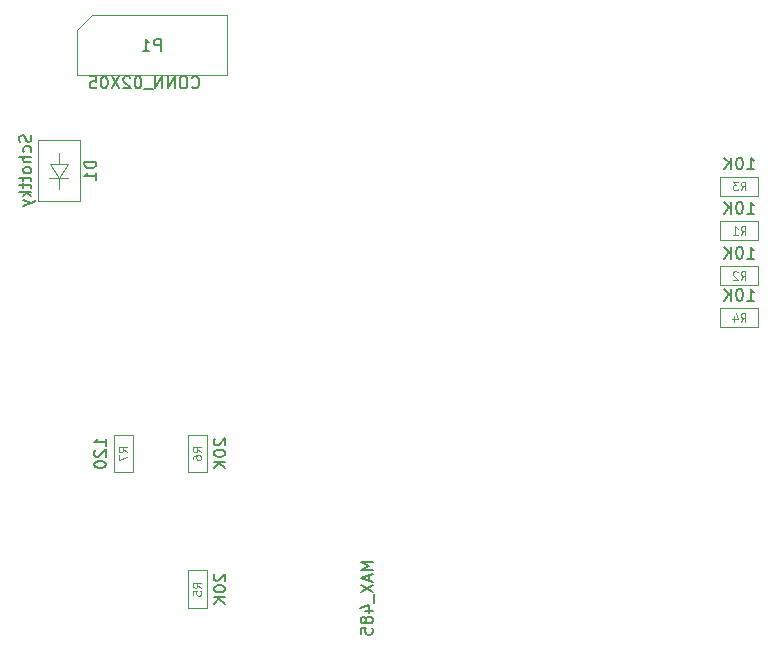
<source format=gbr>
G04 #@! TF.FileFunction,Other,Fab,Bot*
%FSLAX46Y46*%
G04 Gerber Fmt 4.6, Leading zero omitted, Abs format (unit mm)*
G04 Created by KiCad (PCBNEW 4.0.7-e2-6376~61~ubuntu18.04.1) date Mon Dec  9 13:49:04 2019*
%MOMM*%
%LPD*%
G01*
G04 APERTURE LIST*
%ADD10C,0.100000*%
%ADD11C,0.150000*%
%ADD12C,0.105000*%
G04 APERTURE END LIST*
D10*
X50241200Y-35915600D02*
X50241200Y-39725600D01*
X50241200Y-39725600D02*
X62941200Y-39725600D01*
X62941200Y-39725600D02*
X62941200Y-34645600D01*
X62941200Y-34645600D02*
X51511200Y-34645600D01*
X51511200Y-34645600D02*
X50241200Y-35915600D01*
X46917200Y-50352000D02*
X50517200Y-50352000D01*
X50517200Y-45152000D02*
X50517200Y-50352000D01*
X48716180Y-48401440D02*
X48716180Y-49303140D01*
X48716180Y-47250820D02*
X48716180Y-46252600D01*
X49516280Y-48401440D02*
X47916080Y-48401440D01*
X47966880Y-47250820D02*
X49516280Y-47250820D01*
X48716180Y-48401440D02*
X47966880Y-47250820D01*
X48716180Y-48401440D02*
X49516280Y-47250820D01*
X46917200Y-45152000D02*
X46917200Y-50352000D01*
X46917200Y-45152000D02*
X50517200Y-45152000D01*
X104724400Y-52082800D02*
X104724400Y-53682800D01*
X107924400Y-52082800D02*
X104724400Y-52082800D01*
X107924400Y-53682800D02*
X107924400Y-52082800D01*
X104724400Y-53682800D02*
X107924400Y-53682800D01*
X104724400Y-55892800D02*
X104724400Y-57492800D01*
X107924400Y-55892800D02*
X104724400Y-55892800D01*
X107924400Y-57492800D02*
X107924400Y-55892800D01*
X104724400Y-57492800D02*
X107924400Y-57492800D01*
X104724400Y-48323600D02*
X104724400Y-49923600D01*
X107924400Y-48323600D02*
X104724400Y-48323600D01*
X107924400Y-49923600D02*
X107924400Y-48323600D01*
X104724400Y-49923600D02*
X107924400Y-49923600D01*
X104724400Y-59448800D02*
X104724400Y-61048800D01*
X107924400Y-59448800D02*
X104724400Y-59448800D01*
X107924400Y-61048800D02*
X107924400Y-59448800D01*
X104724400Y-61048800D02*
X107924400Y-61048800D01*
X61252000Y-81610400D02*
X59652000Y-81610400D01*
X61252000Y-84810400D02*
X61252000Y-81610400D01*
X59652000Y-84810400D02*
X61252000Y-84810400D01*
X59652000Y-81610400D02*
X59652000Y-84810400D01*
X61252000Y-70129600D02*
X59652000Y-70129600D01*
X61252000Y-73329600D02*
X61252000Y-70129600D01*
X59652000Y-73329600D02*
X61252000Y-73329600D01*
X59652000Y-70129600D02*
X59652000Y-73329600D01*
X53352800Y-73329600D02*
X54952800Y-73329600D01*
X53352800Y-70129600D02*
X53352800Y-73329600D01*
X54952800Y-70129600D02*
X53352800Y-70129600D01*
X54952800Y-73329600D02*
X54952800Y-70129600D01*
D11*
X59980009Y-40717743D02*
X60027628Y-40765362D01*
X60170485Y-40812981D01*
X60265723Y-40812981D01*
X60408581Y-40765362D01*
X60503819Y-40670124D01*
X60551438Y-40574886D01*
X60599057Y-40384410D01*
X60599057Y-40241552D01*
X60551438Y-40051076D01*
X60503819Y-39955838D01*
X60408581Y-39860600D01*
X60265723Y-39812981D01*
X60170485Y-39812981D01*
X60027628Y-39860600D01*
X59980009Y-39908219D01*
X59360962Y-39812981D02*
X59170485Y-39812981D01*
X59075247Y-39860600D01*
X58980009Y-39955838D01*
X58932390Y-40146314D01*
X58932390Y-40479648D01*
X58980009Y-40670124D01*
X59075247Y-40765362D01*
X59170485Y-40812981D01*
X59360962Y-40812981D01*
X59456200Y-40765362D01*
X59551438Y-40670124D01*
X59599057Y-40479648D01*
X59599057Y-40146314D01*
X59551438Y-39955838D01*
X59456200Y-39860600D01*
X59360962Y-39812981D01*
X58503819Y-40812981D02*
X58503819Y-39812981D01*
X57932390Y-40812981D01*
X57932390Y-39812981D01*
X57456200Y-40812981D02*
X57456200Y-39812981D01*
X56884771Y-40812981D01*
X56884771Y-39812981D01*
X56646676Y-40908219D02*
X55884771Y-40908219D01*
X55456200Y-39812981D02*
X55360961Y-39812981D01*
X55265723Y-39860600D01*
X55218104Y-39908219D01*
X55170485Y-40003457D01*
X55122866Y-40193933D01*
X55122866Y-40432029D01*
X55170485Y-40622505D01*
X55218104Y-40717743D01*
X55265723Y-40765362D01*
X55360961Y-40812981D01*
X55456200Y-40812981D01*
X55551438Y-40765362D01*
X55599057Y-40717743D01*
X55646676Y-40622505D01*
X55694295Y-40432029D01*
X55694295Y-40193933D01*
X55646676Y-40003457D01*
X55599057Y-39908219D01*
X55551438Y-39860600D01*
X55456200Y-39812981D01*
X54741914Y-39908219D02*
X54694295Y-39860600D01*
X54599057Y-39812981D01*
X54360961Y-39812981D01*
X54265723Y-39860600D01*
X54218104Y-39908219D01*
X54170485Y-40003457D01*
X54170485Y-40098695D01*
X54218104Y-40241552D01*
X54789533Y-40812981D01*
X54170485Y-40812981D01*
X53837152Y-39812981D02*
X53170485Y-40812981D01*
X53170485Y-39812981D02*
X53837152Y-40812981D01*
X52599057Y-39812981D02*
X52503818Y-39812981D01*
X52408580Y-39860600D01*
X52360961Y-39908219D01*
X52313342Y-40003457D01*
X52265723Y-40193933D01*
X52265723Y-40432029D01*
X52313342Y-40622505D01*
X52360961Y-40717743D01*
X52408580Y-40765362D01*
X52503818Y-40812981D01*
X52599057Y-40812981D01*
X52694295Y-40765362D01*
X52741914Y-40717743D01*
X52789533Y-40622505D01*
X52837152Y-40432029D01*
X52837152Y-40193933D01*
X52789533Y-40003457D01*
X52741914Y-39908219D01*
X52694295Y-39860600D01*
X52599057Y-39812981D01*
X51360961Y-39812981D02*
X51837152Y-39812981D01*
X51884771Y-40289171D01*
X51837152Y-40241552D01*
X51741914Y-40193933D01*
X51503818Y-40193933D01*
X51408580Y-40241552D01*
X51360961Y-40289171D01*
X51313342Y-40384410D01*
X51313342Y-40622505D01*
X51360961Y-40717743D01*
X51408580Y-40765362D01*
X51503818Y-40812981D01*
X51741914Y-40812981D01*
X51837152Y-40765362D01*
X51884771Y-40717743D01*
X57329295Y-37637981D02*
X57329295Y-36637981D01*
X56948342Y-36637981D01*
X56853104Y-36685600D01*
X56805485Y-36733219D01*
X56757866Y-36828457D01*
X56757866Y-36971314D01*
X56805485Y-37066552D01*
X56853104Y-37114171D01*
X56948342Y-37161790D01*
X57329295Y-37161790D01*
X55805485Y-37637981D02*
X56376914Y-37637981D01*
X56091200Y-37637981D02*
X56091200Y-36637981D01*
X56186438Y-36780838D01*
X56281676Y-36876076D01*
X56376914Y-36923695D01*
X46321962Y-44775809D02*
X46369581Y-44918666D01*
X46369581Y-45156762D01*
X46321962Y-45252000D01*
X46274343Y-45299619D01*
X46179105Y-45347238D01*
X46083867Y-45347238D01*
X45988629Y-45299619D01*
X45941010Y-45252000D01*
X45893390Y-45156762D01*
X45845771Y-44966285D01*
X45798152Y-44871047D01*
X45750533Y-44823428D01*
X45655295Y-44775809D01*
X45560057Y-44775809D01*
X45464819Y-44823428D01*
X45417200Y-44871047D01*
X45369581Y-44966285D01*
X45369581Y-45204381D01*
X45417200Y-45347238D01*
X46321962Y-46204381D02*
X46369581Y-46109143D01*
X46369581Y-45918666D01*
X46321962Y-45823428D01*
X46274343Y-45775809D01*
X46179105Y-45728190D01*
X45893390Y-45728190D01*
X45798152Y-45775809D01*
X45750533Y-45823428D01*
X45702914Y-45918666D01*
X45702914Y-46109143D01*
X45750533Y-46204381D01*
X46369581Y-46632952D02*
X45369581Y-46632952D01*
X46369581Y-47061524D02*
X45845771Y-47061524D01*
X45750533Y-47013905D01*
X45702914Y-46918667D01*
X45702914Y-46775809D01*
X45750533Y-46680571D01*
X45798152Y-46632952D01*
X46369581Y-47680571D02*
X46321962Y-47585333D01*
X46274343Y-47537714D01*
X46179105Y-47490095D01*
X45893390Y-47490095D01*
X45798152Y-47537714D01*
X45750533Y-47585333D01*
X45702914Y-47680571D01*
X45702914Y-47823429D01*
X45750533Y-47918667D01*
X45798152Y-47966286D01*
X45893390Y-48013905D01*
X46179105Y-48013905D01*
X46274343Y-47966286D01*
X46321962Y-47918667D01*
X46369581Y-47823429D01*
X46369581Y-47680571D01*
X45702914Y-48299619D02*
X45702914Y-48680571D01*
X45369581Y-48442476D02*
X46226724Y-48442476D01*
X46321962Y-48490095D01*
X46369581Y-48585333D01*
X46369581Y-48680571D01*
X45702914Y-48871048D02*
X45702914Y-49252000D01*
X45369581Y-49013905D02*
X46226724Y-49013905D01*
X46321962Y-49061524D01*
X46369581Y-49156762D01*
X46369581Y-49252000D01*
X46369581Y-49585334D02*
X45369581Y-49585334D01*
X45988629Y-49680572D02*
X46369581Y-49966287D01*
X45702914Y-49966287D02*
X46083867Y-49585334D01*
X45702914Y-50299620D02*
X46369581Y-50537715D01*
X45702914Y-50775811D02*
X46369581Y-50537715D01*
X46607676Y-50442477D01*
X46655295Y-50394858D01*
X46702914Y-50299620D01*
X51869581Y-47013905D02*
X50869581Y-47013905D01*
X50869581Y-47252000D01*
X50917200Y-47394858D01*
X51012438Y-47490096D01*
X51107676Y-47537715D01*
X51298152Y-47585334D01*
X51441010Y-47585334D01*
X51631486Y-47537715D01*
X51726724Y-47490096D01*
X51821962Y-47394858D01*
X51869581Y-47252000D01*
X51869581Y-47013905D01*
X51869581Y-48537715D02*
X51869581Y-47966286D01*
X51869581Y-48252000D02*
X50869581Y-48252000D01*
X51012438Y-48156762D01*
X51107676Y-48061524D01*
X51155295Y-47966286D01*
X75280781Y-80924781D02*
X74280781Y-80924781D01*
X74995067Y-81258115D01*
X74280781Y-81591448D01*
X75280781Y-81591448D01*
X74995067Y-82020019D02*
X74995067Y-82496210D01*
X75280781Y-81924781D02*
X74280781Y-82258114D01*
X75280781Y-82591448D01*
X74280781Y-82829543D02*
X75280781Y-83496210D01*
X74280781Y-83496210D02*
X75280781Y-82829543D01*
X75376019Y-83639067D02*
X75376019Y-84400972D01*
X74614114Y-85067639D02*
X75280781Y-85067639D01*
X74233162Y-84829543D02*
X74947448Y-84591448D01*
X74947448Y-85210496D01*
X74709352Y-85734305D02*
X74661733Y-85639067D01*
X74614114Y-85591448D01*
X74518876Y-85543829D01*
X74471257Y-85543829D01*
X74376019Y-85591448D01*
X74328400Y-85639067D01*
X74280781Y-85734305D01*
X74280781Y-85924782D01*
X74328400Y-86020020D01*
X74376019Y-86067639D01*
X74471257Y-86115258D01*
X74518876Y-86115258D01*
X74614114Y-86067639D01*
X74661733Y-86020020D01*
X74709352Y-85924782D01*
X74709352Y-85734305D01*
X74756971Y-85639067D01*
X74804590Y-85591448D01*
X74899829Y-85543829D01*
X75090305Y-85543829D01*
X75185543Y-85591448D01*
X75233162Y-85639067D01*
X75280781Y-85734305D01*
X75280781Y-85924782D01*
X75233162Y-86020020D01*
X75185543Y-86067639D01*
X75090305Y-86115258D01*
X74899829Y-86115258D01*
X74804590Y-86067639D01*
X74756971Y-86020020D01*
X74709352Y-85924782D01*
X74280781Y-87020020D02*
X74280781Y-86543829D01*
X74756971Y-86496210D01*
X74709352Y-86543829D01*
X74661733Y-86639067D01*
X74661733Y-86877163D01*
X74709352Y-86972401D01*
X74756971Y-87020020D01*
X74852210Y-87067639D01*
X75090305Y-87067639D01*
X75185543Y-87020020D01*
X75233162Y-86972401D01*
X75280781Y-86877163D01*
X75280781Y-86639067D01*
X75233162Y-86543829D01*
X75185543Y-86496210D01*
X107014876Y-51435181D02*
X107586305Y-51435181D01*
X107300591Y-51435181D02*
X107300591Y-50435181D01*
X107395829Y-50578038D01*
X107491067Y-50673276D01*
X107586305Y-50720895D01*
X106395829Y-50435181D02*
X106300590Y-50435181D01*
X106205352Y-50482800D01*
X106157733Y-50530419D01*
X106110114Y-50625657D01*
X106062495Y-50816133D01*
X106062495Y-51054229D01*
X106110114Y-51244705D01*
X106157733Y-51339943D01*
X106205352Y-51387562D01*
X106300590Y-51435181D01*
X106395829Y-51435181D01*
X106491067Y-51387562D01*
X106538686Y-51339943D01*
X106586305Y-51244705D01*
X106633924Y-51054229D01*
X106633924Y-50816133D01*
X106586305Y-50625657D01*
X106538686Y-50530419D01*
X106491067Y-50482800D01*
X106395829Y-50435181D01*
X105633924Y-51435181D02*
X105633924Y-50435181D01*
X105062495Y-51435181D02*
X105491067Y-50863752D01*
X105062495Y-50435181D02*
X105633924Y-51006610D01*
D12*
X106441066Y-53199467D02*
X106674400Y-52866133D01*
X106841066Y-53199467D02*
X106841066Y-52499467D01*
X106574400Y-52499467D01*
X106507733Y-52532800D01*
X106474400Y-52566133D01*
X106441066Y-52632800D01*
X106441066Y-52732800D01*
X106474400Y-52799467D01*
X106507733Y-52832800D01*
X106574400Y-52866133D01*
X106841066Y-52866133D01*
X105774400Y-53199467D02*
X106174400Y-53199467D01*
X105974400Y-53199467D02*
X105974400Y-52499467D01*
X106041066Y-52599467D01*
X106107733Y-52666133D01*
X106174400Y-52699467D01*
D11*
X107014876Y-55245181D02*
X107586305Y-55245181D01*
X107300591Y-55245181D02*
X107300591Y-54245181D01*
X107395829Y-54388038D01*
X107491067Y-54483276D01*
X107586305Y-54530895D01*
X106395829Y-54245181D02*
X106300590Y-54245181D01*
X106205352Y-54292800D01*
X106157733Y-54340419D01*
X106110114Y-54435657D01*
X106062495Y-54626133D01*
X106062495Y-54864229D01*
X106110114Y-55054705D01*
X106157733Y-55149943D01*
X106205352Y-55197562D01*
X106300590Y-55245181D01*
X106395829Y-55245181D01*
X106491067Y-55197562D01*
X106538686Y-55149943D01*
X106586305Y-55054705D01*
X106633924Y-54864229D01*
X106633924Y-54626133D01*
X106586305Y-54435657D01*
X106538686Y-54340419D01*
X106491067Y-54292800D01*
X106395829Y-54245181D01*
X105633924Y-55245181D02*
X105633924Y-54245181D01*
X105062495Y-55245181D02*
X105491067Y-54673752D01*
X105062495Y-54245181D02*
X105633924Y-54816610D01*
D12*
X106441066Y-57009467D02*
X106674400Y-56676133D01*
X106841066Y-57009467D02*
X106841066Y-56309467D01*
X106574400Y-56309467D01*
X106507733Y-56342800D01*
X106474400Y-56376133D01*
X106441066Y-56442800D01*
X106441066Y-56542800D01*
X106474400Y-56609467D01*
X106507733Y-56642800D01*
X106574400Y-56676133D01*
X106841066Y-56676133D01*
X106174400Y-56376133D02*
X106141066Y-56342800D01*
X106074400Y-56309467D01*
X105907733Y-56309467D01*
X105841066Y-56342800D01*
X105807733Y-56376133D01*
X105774400Y-56442800D01*
X105774400Y-56509467D01*
X105807733Y-56609467D01*
X106207733Y-57009467D01*
X105774400Y-57009467D01*
D11*
X107014876Y-47675981D02*
X107586305Y-47675981D01*
X107300591Y-47675981D02*
X107300591Y-46675981D01*
X107395829Y-46818838D01*
X107491067Y-46914076D01*
X107586305Y-46961695D01*
X106395829Y-46675981D02*
X106300590Y-46675981D01*
X106205352Y-46723600D01*
X106157733Y-46771219D01*
X106110114Y-46866457D01*
X106062495Y-47056933D01*
X106062495Y-47295029D01*
X106110114Y-47485505D01*
X106157733Y-47580743D01*
X106205352Y-47628362D01*
X106300590Y-47675981D01*
X106395829Y-47675981D01*
X106491067Y-47628362D01*
X106538686Y-47580743D01*
X106586305Y-47485505D01*
X106633924Y-47295029D01*
X106633924Y-47056933D01*
X106586305Y-46866457D01*
X106538686Y-46771219D01*
X106491067Y-46723600D01*
X106395829Y-46675981D01*
X105633924Y-47675981D02*
X105633924Y-46675981D01*
X105062495Y-47675981D02*
X105491067Y-47104552D01*
X105062495Y-46675981D02*
X105633924Y-47247410D01*
D12*
X106441066Y-49440267D02*
X106674400Y-49106933D01*
X106841066Y-49440267D02*
X106841066Y-48740267D01*
X106574400Y-48740267D01*
X106507733Y-48773600D01*
X106474400Y-48806933D01*
X106441066Y-48873600D01*
X106441066Y-48973600D01*
X106474400Y-49040267D01*
X106507733Y-49073600D01*
X106574400Y-49106933D01*
X106841066Y-49106933D01*
X106207733Y-48740267D02*
X105774400Y-48740267D01*
X106007733Y-49006933D01*
X105907733Y-49006933D01*
X105841066Y-49040267D01*
X105807733Y-49073600D01*
X105774400Y-49140267D01*
X105774400Y-49306933D01*
X105807733Y-49373600D01*
X105841066Y-49406933D01*
X105907733Y-49440267D01*
X106107733Y-49440267D01*
X106174400Y-49406933D01*
X106207733Y-49373600D01*
D11*
X107014876Y-58801181D02*
X107586305Y-58801181D01*
X107300591Y-58801181D02*
X107300591Y-57801181D01*
X107395829Y-57944038D01*
X107491067Y-58039276D01*
X107586305Y-58086895D01*
X106395829Y-57801181D02*
X106300590Y-57801181D01*
X106205352Y-57848800D01*
X106157733Y-57896419D01*
X106110114Y-57991657D01*
X106062495Y-58182133D01*
X106062495Y-58420229D01*
X106110114Y-58610705D01*
X106157733Y-58705943D01*
X106205352Y-58753562D01*
X106300590Y-58801181D01*
X106395829Y-58801181D01*
X106491067Y-58753562D01*
X106538686Y-58705943D01*
X106586305Y-58610705D01*
X106633924Y-58420229D01*
X106633924Y-58182133D01*
X106586305Y-57991657D01*
X106538686Y-57896419D01*
X106491067Y-57848800D01*
X106395829Y-57801181D01*
X105633924Y-58801181D02*
X105633924Y-57801181D01*
X105062495Y-58801181D02*
X105491067Y-58229752D01*
X105062495Y-57801181D02*
X105633924Y-58372610D01*
D12*
X106441066Y-60565467D02*
X106674400Y-60232133D01*
X106841066Y-60565467D02*
X106841066Y-59865467D01*
X106574400Y-59865467D01*
X106507733Y-59898800D01*
X106474400Y-59932133D01*
X106441066Y-59998800D01*
X106441066Y-60098800D01*
X106474400Y-60165467D01*
X106507733Y-60198800D01*
X106574400Y-60232133D01*
X106841066Y-60232133D01*
X105841066Y-60098800D02*
X105841066Y-60565467D01*
X106007733Y-59832133D02*
X106174400Y-60332133D01*
X105741066Y-60332133D01*
D11*
X61899619Y-81948495D02*
X61852000Y-81996114D01*
X61804381Y-82091352D01*
X61804381Y-82329448D01*
X61852000Y-82424686D01*
X61899619Y-82472305D01*
X61994857Y-82519924D01*
X62090095Y-82519924D01*
X62232952Y-82472305D01*
X62804381Y-81900876D01*
X62804381Y-82519924D01*
X61804381Y-83138971D02*
X61804381Y-83234210D01*
X61852000Y-83329448D01*
X61899619Y-83377067D01*
X61994857Y-83424686D01*
X62185333Y-83472305D01*
X62423429Y-83472305D01*
X62613905Y-83424686D01*
X62709143Y-83377067D01*
X62756762Y-83329448D01*
X62804381Y-83234210D01*
X62804381Y-83138971D01*
X62756762Y-83043733D01*
X62709143Y-82996114D01*
X62613905Y-82948495D01*
X62423429Y-82900876D01*
X62185333Y-82900876D01*
X61994857Y-82948495D01*
X61899619Y-82996114D01*
X61852000Y-83043733D01*
X61804381Y-83138971D01*
X62804381Y-83900876D02*
X61804381Y-83900876D01*
X62804381Y-84472305D02*
X62232952Y-84043733D01*
X61804381Y-84472305D02*
X62375810Y-83900876D01*
D12*
X60768667Y-83093734D02*
X60435333Y-82860400D01*
X60768667Y-82693734D02*
X60068667Y-82693734D01*
X60068667Y-82960400D01*
X60102000Y-83027067D01*
X60135333Y-83060400D01*
X60202000Y-83093734D01*
X60302000Y-83093734D01*
X60368667Y-83060400D01*
X60402000Y-83027067D01*
X60435333Y-82960400D01*
X60435333Y-82693734D01*
X60068667Y-83727067D02*
X60068667Y-83393734D01*
X60402000Y-83360400D01*
X60368667Y-83393734D01*
X60335333Y-83460400D01*
X60335333Y-83627067D01*
X60368667Y-83693734D01*
X60402000Y-83727067D01*
X60468667Y-83760400D01*
X60635333Y-83760400D01*
X60702000Y-83727067D01*
X60735333Y-83693734D01*
X60768667Y-83627067D01*
X60768667Y-83460400D01*
X60735333Y-83393734D01*
X60702000Y-83360400D01*
D11*
X61899619Y-70467695D02*
X61852000Y-70515314D01*
X61804381Y-70610552D01*
X61804381Y-70848648D01*
X61852000Y-70943886D01*
X61899619Y-70991505D01*
X61994857Y-71039124D01*
X62090095Y-71039124D01*
X62232952Y-70991505D01*
X62804381Y-70420076D01*
X62804381Y-71039124D01*
X61804381Y-71658171D02*
X61804381Y-71753410D01*
X61852000Y-71848648D01*
X61899619Y-71896267D01*
X61994857Y-71943886D01*
X62185333Y-71991505D01*
X62423429Y-71991505D01*
X62613905Y-71943886D01*
X62709143Y-71896267D01*
X62756762Y-71848648D01*
X62804381Y-71753410D01*
X62804381Y-71658171D01*
X62756762Y-71562933D01*
X62709143Y-71515314D01*
X62613905Y-71467695D01*
X62423429Y-71420076D01*
X62185333Y-71420076D01*
X61994857Y-71467695D01*
X61899619Y-71515314D01*
X61852000Y-71562933D01*
X61804381Y-71658171D01*
X62804381Y-72420076D02*
X61804381Y-72420076D01*
X62804381Y-72991505D02*
X62232952Y-72562933D01*
X61804381Y-72991505D02*
X62375810Y-72420076D01*
D12*
X60768667Y-71612934D02*
X60435333Y-71379600D01*
X60768667Y-71212934D02*
X60068667Y-71212934D01*
X60068667Y-71479600D01*
X60102000Y-71546267D01*
X60135333Y-71579600D01*
X60202000Y-71612934D01*
X60302000Y-71612934D01*
X60368667Y-71579600D01*
X60402000Y-71546267D01*
X60435333Y-71479600D01*
X60435333Y-71212934D01*
X60068667Y-72212934D02*
X60068667Y-72079600D01*
X60102000Y-72012934D01*
X60135333Y-71979600D01*
X60235333Y-71912934D01*
X60368667Y-71879600D01*
X60635333Y-71879600D01*
X60702000Y-71912934D01*
X60735333Y-71946267D01*
X60768667Y-72012934D01*
X60768667Y-72146267D01*
X60735333Y-72212934D01*
X60702000Y-72246267D01*
X60635333Y-72279600D01*
X60468667Y-72279600D01*
X60402000Y-72246267D01*
X60368667Y-72212934D01*
X60335333Y-72146267D01*
X60335333Y-72012934D01*
X60368667Y-71946267D01*
X60402000Y-71912934D01*
X60468667Y-71879600D01*
D11*
X52705181Y-71062934D02*
X52705181Y-70491505D01*
X52705181Y-70777219D02*
X51705181Y-70777219D01*
X51848038Y-70681981D01*
X51943276Y-70586743D01*
X51990895Y-70491505D01*
X51800419Y-71443886D02*
X51752800Y-71491505D01*
X51705181Y-71586743D01*
X51705181Y-71824839D01*
X51752800Y-71920077D01*
X51800419Y-71967696D01*
X51895657Y-72015315D01*
X51990895Y-72015315D01*
X52133752Y-71967696D01*
X52705181Y-71396267D01*
X52705181Y-72015315D01*
X51705181Y-72634362D02*
X51705181Y-72729601D01*
X51752800Y-72824839D01*
X51800419Y-72872458D01*
X51895657Y-72920077D01*
X52086133Y-72967696D01*
X52324229Y-72967696D01*
X52514705Y-72920077D01*
X52609943Y-72872458D01*
X52657562Y-72824839D01*
X52705181Y-72729601D01*
X52705181Y-72634362D01*
X52657562Y-72539124D01*
X52609943Y-72491505D01*
X52514705Y-72443886D01*
X52324229Y-72396267D01*
X52086133Y-72396267D01*
X51895657Y-72443886D01*
X51800419Y-72491505D01*
X51752800Y-72539124D01*
X51705181Y-72634362D01*
D12*
X54469467Y-71612934D02*
X54136133Y-71379600D01*
X54469467Y-71212934D02*
X53769467Y-71212934D01*
X53769467Y-71479600D01*
X53802800Y-71546267D01*
X53836133Y-71579600D01*
X53902800Y-71612934D01*
X54002800Y-71612934D01*
X54069467Y-71579600D01*
X54102800Y-71546267D01*
X54136133Y-71479600D01*
X54136133Y-71212934D01*
X53769467Y-71846267D02*
X53769467Y-72312934D01*
X54469467Y-72012934D01*
M02*

</source>
